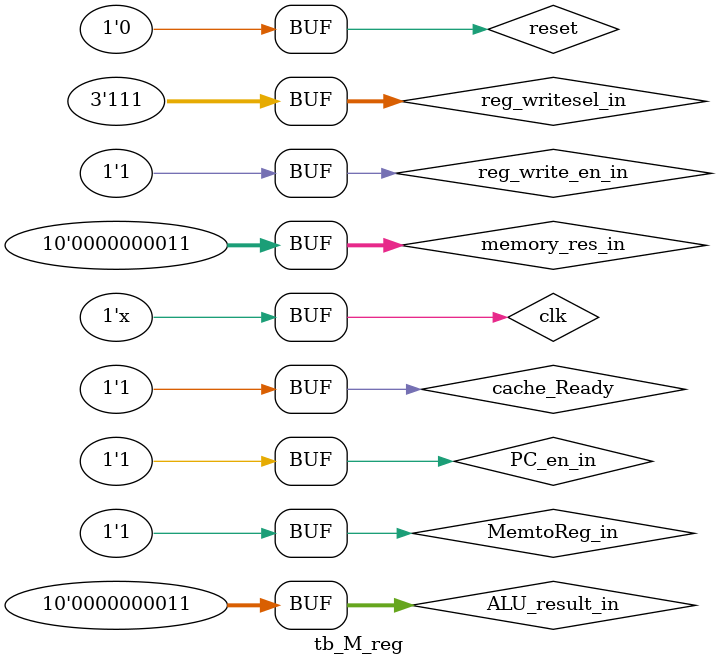
<source format=v>

module M_reg(
    output reg [9:0] memory_res_out, ALU_result_out,
    
    //Control Unit Outputs 
     output reg [2:0] reg_writesel_out,
     output reg reg_write_en_out, MemtoReg_out, PC_en_out,
     
     //Inputs
     input wire clk, reset,
     input wire [9:0] memory_res_in, ALU_result_in,
     
     //Cache
     input wire cache_Ready, PC_en_in,
     
     //Control Unit Inputs 
     input wire [2:0] reg_writesel_in,
     input wire reg_write_en_in, MemtoReg_in
     );

 always @(negedge clk) begin //triggered by clock rising edge
     if (reset == 1'b1) begin
        memory_res_out <= 10'b0000000000;
        ALU_result_out <= 10'b0000000000; 
        reg_writesel_out <= 3'b0;
        reg_write_en_out <= 1'b0;
        MemtoReg_out <= 1'b0;
        PC_en_out <= 1'b1;
     end
     
     else if (cache_Ready == 1) begin
        memory_res_out <= memory_res_in;
        ALU_result_out <= ALU_result_in; 
        reg_writesel_out <= reg_writesel_in;
        reg_write_en_out <= reg_write_en_in;
        MemtoReg_out <= MemtoReg_in;
        PC_en_out <= PC_en_in;
     
     end
  end
endmodule

module tb_M_reg();
     wire memory_res_out, ALU_result_out;
     
     //Control Unit Outputs 
     wire [2:0] reg_writesel_out;
     wire reg_write_en_out, MemtoReg_out, PC_en_out;
     
     //Inputs
     reg clk, reset;
     reg [9:0] memory_res_in, ALU_result_in;
     
     //Cache
     reg  cache_Ready, PC_en_in;
      
     //Control Unit Inputs 
     reg [2:0] reg_writesel_in;
     reg reg_write_en_in, MemtoReg_in;
   
     M_reg SUT(.memory_res_out(memory_res_out), .ALU_result_out(ALU_result_out), .reg_writesel_out(reg_writesel_out),
     .reg_write_en_out(reg_write_en_out), .MemtoReg_out(MemtoReg_out), .PC_en_out(PC_en_out),
     .clk(clk), .reset(reset), .memory_res_in(memory_res_in), .ALU_result_in(ALU_result_in), .cache_Ready(cache_Ready), .PC_en_in(PC_en_in), .reg_writesel_in(reg_writesel_in), 
     .reg_write_en_in(reg_write_en_in), .MemtoReg_in(MemtoReg_in)); 
     
     parameter PERIOD = 10;
    
     initial clk = 1'b0; //clock starts on 0
     always #(PERIOD/2) clk = ~clk;
     
     initial begin
         reset = 1'b1;                                                  #PERIOD; //test reset
         reset = 1'b0; 
         memory_res_in = 10'b1; ALU_result_in = 10'b0000000011; cache_Ready=1'b1;
         reg_writesel_in = 3'b010;
         reg_write_en_in = 1'b1;
         MemtoReg_in = 1'b0;
         PC_en_in=1'b1;
         #PERIOD; 
         
         
         cache_Ready=1'b1;
         PC_en_in=1'b0;
         memory_res_in = 10'b10;
         reg_writesel_in = 3'b100;
         reg_write_en_in = 1'b0;
         MemtoReg_in = 1'b1; 
         #PERIOD; 
         
         cache_Ready=1'b1;
         PC_en_in=1'b1;
         memory_res_in = 10'b11;
         reg_writesel_in = 3'b111;
         reg_write_en_in = 1'b1;
         MemtoReg_in = 1'b1; 
         #PERIOD; 
         
         cache_Ready=1'b1;
         PC_en_in=1'b1;
         memory_res_in = 10'b11;
         reg_writesel_in = 3'b111;
         reg_write_en_in = 1'b1;
         MemtoReg_in = 1'b1; 
         #PERIOD; 
         
     end
endmodule
</source>
